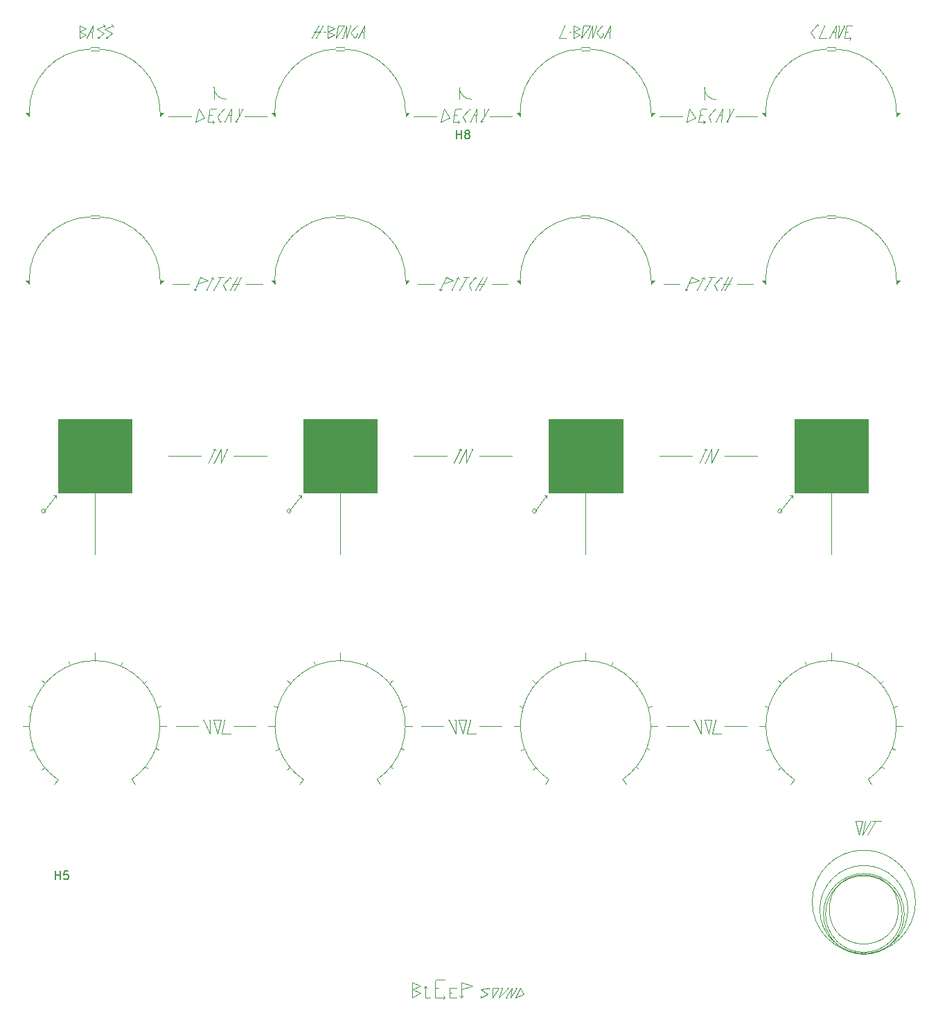
<source format=gbr>
G04 #@! TF.GenerationSoftware,KiCad,Pcbnew,(6.0.6)*
G04 #@! TF.CreationDate,2022-11-24T12:55:08+00:00*
G04 #@! TF.ProjectId,Drumbox,4472756d-626f-4782-9e6b-696361645f70,rev?*
G04 #@! TF.SameCoordinates,Original*
G04 #@! TF.FileFunction,Legend,Top*
G04 #@! TF.FilePolarity,Positive*
%FSLAX46Y46*%
G04 Gerber Fmt 4.6, Leading zero omitted, Abs format (unit mm)*
G04 Created by KiCad (PCBNEW (6.0.6)) date 2022-11-24 12:55:08*
%MOMM*%
%LPD*%
G01*
G04 APERTURE LIST*
%ADD10C,0.120000*%
%ADD11C,0.100000*%
%ADD12C,0.150000*%
G04 APERTURE END LIST*
D10*
X81000000Y-97250000D02*
X81000000Y-106000000D01*
X51000000Y-97250000D02*
X51000000Y-106000000D01*
X75000000Y-100750000D02*
G75*
G03*
X75000000Y-100750000I-250000J0D01*
G01*
X74750000Y-100750000D02*
X76250000Y-98850000D01*
X76250000Y-98850000D02*
X75950000Y-98850000D01*
X76250000Y-98850000D02*
X76250000Y-99150000D01*
X92600000Y-160200000D02*
X93800000Y-160200000D01*
X109525000Y-43000000D02*
X110325000Y-42500000D01*
X74500000Y-132372083D02*
X74850000Y-132082083D01*
X68200000Y-53200000D02*
X68400000Y-53100000D01*
G36*
X73000000Y-73000000D02*
G01*
X72600000Y-72600000D01*
X73000000Y-72600000D01*
X73000000Y-73000000D01*
G37*
X73000000Y-73000000D02*
X72600000Y-72600000D01*
X73000000Y-72600000D01*
X73000000Y-73000000D01*
X96900000Y-126300000D02*
X96800000Y-126300000D01*
X110325000Y-41800000D02*
X109525000Y-41400000D01*
G36*
X119000000Y-52500000D02*
G01*
X119000000Y-52100000D01*
X119400000Y-52100000D01*
X119000000Y-52500000D01*
G37*
X119000000Y-52500000D02*
X119000000Y-52100000D01*
X119400000Y-52100000D01*
X119000000Y-52500000D01*
X79500000Y-42200000D02*
X80300000Y-41800000D01*
X58999999Y-72600000D02*
G75*
G03*
X51500000Y-64800000I-7702759J99270D01*
G01*
X66900000Y-126300000D02*
X66800000Y-126300000D01*
X95700000Y-93150000D02*
X95800000Y-93350000D01*
X110500000Y-64600000D02*
X111500000Y-64600000D01*
X51350000Y-43000000D02*
X51550000Y-43000000D01*
X113025000Y-41400000D02*
X113125000Y-41500000D01*
X128000000Y-94000000D02*
X132000000Y-94000000D01*
X127025000Y-73800000D02*
X127125000Y-73700000D01*
X95400000Y-51600000D02*
X95800000Y-51600000D01*
X125700000Y-93150000D02*
X125500000Y-93250000D01*
X98200000Y-160200000D02*
X98200000Y-160000000D01*
X111550000Y-41400000D02*
X110500000Y-43000000D01*
X65560660Y-50439340D02*
X65560660Y-48939340D01*
X67825000Y-73000000D02*
X68625000Y-73000000D01*
X123425000Y-73700000D02*
X123225000Y-73800000D01*
X74500000Y-121472083D02*
X74910000Y-121822083D01*
G36*
X59000000Y-73000000D02*
G01*
X59000000Y-72600000D01*
X59400000Y-72600000D01*
X59000000Y-73000000D01*
G37*
X59000000Y-73000000D02*
X59000000Y-72600000D01*
X59400000Y-72600000D01*
X59000000Y-73000000D01*
X104500000Y-121472083D02*
X104910000Y-121822083D01*
X123600000Y-127000000D02*
X120900000Y-127000000D01*
X113025000Y-41400000D02*
X112325000Y-42300000D01*
X110500000Y-44300000D02*
G75*
G03*
X103000000Y-52100000I150000J-7650000D01*
G01*
X125600000Y-53200000D02*
X125400000Y-53400000D01*
X95000000Y-52400000D02*
X95300000Y-52400000D01*
X79500000Y-41400000D02*
X79500000Y-43000000D01*
X126400000Y-126300000D02*
X126000000Y-128000000D01*
X93925000Y-72200000D02*
X93225000Y-73800000D01*
X66400000Y-93150000D02*
X66400000Y-94850000D01*
X117390000Y-121472083D02*
X117040000Y-121792083D01*
X124900000Y-94850000D02*
X125700000Y-93150000D01*
X139000000Y-43000000D02*
X139100000Y-42900000D01*
X65700000Y-93150000D02*
X65500000Y-93250000D01*
X125500000Y-126300000D02*
X126400000Y-126300000D01*
X67200000Y-93150000D02*
X67100000Y-93150000D01*
X109025000Y-42200000D02*
X109225000Y-42200000D01*
X96725000Y-73100000D02*
X97025000Y-73800000D01*
X143200000Y-41400000D02*
G75*
G03*
X142800000Y-41800000I0J-400000D01*
G01*
X145500000Y-133572083D02*
G75*
G03*
X136500000Y-133572083I-4500000J6572083D01*
G01*
X126900000Y-126300000D02*
X126500000Y-128000000D01*
X140500000Y-65000000D02*
X141500000Y-65000000D01*
X81800000Y-41400000D02*
X81300000Y-43000000D01*
X113925000Y-42200000D02*
X113625000Y-42200000D01*
X91400000Y-158800000D02*
X91200000Y-159000000D01*
X141600000Y-41400000D02*
X141500000Y-43000000D01*
X125500000Y-49000000D02*
G75*
G03*
X127000000Y-50500000I1500000J0D01*
G01*
X81525000Y-41400000D02*
X80475000Y-43000000D01*
X55500000Y-133572083D02*
X55950000Y-134182083D01*
X95425000Y-72200000D02*
X95225000Y-72300000D01*
X97525000Y-72200000D02*
X96725000Y-73100000D01*
X67525000Y-72200000D02*
X66725000Y-73100000D01*
X65425000Y-72200000D02*
X65225000Y-72300000D01*
X98000000Y-94000000D02*
X102000000Y-94000000D01*
G36*
X133000000Y-52500000D02*
G01*
X132600000Y-52100000D01*
X133000000Y-52100000D01*
X133000000Y-52500000D01*
G37*
X133000000Y-52500000D02*
X132600000Y-52100000D01*
X133000000Y-52100000D01*
X133000000Y-52500000D01*
G36*
X103000000Y-73000000D02*
G01*
X102600000Y-72600000D01*
X103000000Y-72600000D01*
X103000000Y-73000000D01*
G37*
X103000000Y-73000000D02*
X102600000Y-72600000D01*
X103000000Y-72600000D01*
X103000000Y-73000000D01*
X127525000Y-72200000D02*
X127625000Y-72300000D01*
X126300000Y-53200000D02*
X126400000Y-53100000D01*
X150385165Y-149450000D02*
G75*
G03*
X150385165Y-149450000I-5385165J0D01*
G01*
X85500000Y-133572083D02*
G75*
G03*
X76500000Y-133572083I-4500000J6572083D01*
G01*
X81300000Y-43000000D02*
X81200000Y-43000000D01*
G36*
X43000000Y-52500000D02*
G01*
X42600000Y-52100000D01*
X43000000Y-52100000D01*
X43000000Y-52500000D01*
G37*
X43000000Y-52500000D02*
X42600000Y-52100000D01*
X43000000Y-52100000D01*
X43000000Y-52500000D01*
X64000000Y-94000000D02*
X60000000Y-94000000D01*
X129500000Y-73000000D02*
X131500000Y-73000000D01*
X91400000Y-160200000D02*
X92000000Y-160200000D01*
X124300000Y-126300000D02*
X125100000Y-128000000D01*
X67700000Y-51600000D02*
X66900000Y-53200000D01*
X94400000Y-52700000D02*
X93700000Y-51600000D01*
X140500000Y-44300000D02*
G75*
G03*
X133000000Y-52100000I150000J-7650000D01*
G01*
X123700000Y-51600000D02*
X123300000Y-53200000D01*
X84300000Y-119272083D02*
X84140000Y-119652083D01*
X89800000Y-159200000D02*
X90800000Y-158800000D01*
X95600000Y-53200000D02*
X95400000Y-53400000D01*
X112325000Y-42300000D02*
X112825000Y-43000000D01*
X98600000Y-52500000D02*
X98600000Y-51600000D01*
X65500000Y-126300000D02*
X66400000Y-126300000D01*
X100400000Y-159000000D02*
X99600000Y-159000000D01*
X93000000Y-158000000D02*
G75*
G03*
X92600000Y-158400000I0J-400000D01*
G01*
X138500000Y-42250000D02*
X139000000Y-43000000D01*
X99600000Y-160200000D02*
X100400000Y-159000000D01*
X57390000Y-121472083D02*
X57040000Y-121792083D01*
X93925000Y-72200000D02*
X94825000Y-72600000D01*
X103000000Y-159000000D02*
X102400000Y-160200000D01*
X63425000Y-73700000D02*
X63225000Y-73800000D01*
X148999930Y-72599999D02*
G75*
G03*
X141500000Y-64800000I-7702730J99299D01*
G01*
X50800000Y-41400000D02*
X50700000Y-43000000D01*
X66800000Y-51600000D02*
X66900000Y-51700000D01*
X82300000Y-41400000D02*
X81800000Y-43000000D01*
X120000000Y-52500000D02*
X122800000Y-52500000D01*
X66475000Y-72200000D02*
X65525000Y-73800000D01*
X83900000Y-42200000D02*
X83600000Y-42200000D01*
X146750000Y-138650000D02*
X147150000Y-138650000D01*
X94625000Y-73800000D02*
X95425000Y-72200000D01*
X142800000Y-41800000D02*
X142600000Y-43000000D01*
X89800000Y-160200000D02*
X90800000Y-159600000D01*
X119100000Y-124572083D02*
X118640000Y-124712083D01*
X141500000Y-42200000D02*
X141200000Y-42200000D01*
X96800000Y-51600000D02*
X96000000Y-52500000D01*
X101600000Y-159000000D02*
X101400000Y-159000000D01*
X106500000Y-133572083D02*
X106040000Y-134162083D01*
X66400000Y-94850000D02*
X67200000Y-93150000D01*
X87390000Y-121472083D02*
X87040000Y-121792083D01*
X118800000Y-129872083D02*
X118490000Y-129762083D01*
X125400000Y-51600000D02*
G75*
G03*
X125000000Y-52000000I0J-400000D01*
G01*
X54300000Y-119272083D02*
X54140000Y-119652083D01*
X65600000Y-53200000D02*
X65400000Y-53000000D01*
X115500000Y-133572083D02*
G75*
G03*
X106500000Y-133572083I-4500000J6572083D01*
G01*
X119002701Y-127072083D02*
X119774313Y-127072083D01*
X78400000Y-41400000D02*
X77500000Y-43000000D01*
X73100000Y-129972083D02*
X73540000Y-129812083D01*
X78900000Y-41400000D02*
X78000000Y-43000000D01*
X76500000Y-133572083D02*
X76040000Y-134162083D01*
X95800000Y-158400000D02*
X95800000Y-160200000D01*
X143200000Y-41400000D02*
X143600000Y-41400000D01*
X147390000Y-121472083D02*
X147040000Y-121792083D01*
X148999930Y-52099999D02*
G75*
G03*
X141500000Y-44300000I-7702730J99299D01*
G01*
X126725000Y-73100000D02*
X127025000Y-73800000D01*
X49950000Y-41800000D02*
X49150000Y-41400000D01*
X97700000Y-51600000D02*
X96900000Y-53200000D01*
X94000000Y-94000000D02*
X90000000Y-94000000D01*
X93425000Y-73700000D02*
X93225000Y-73800000D01*
X51000000Y-119033694D02*
X51000000Y-118072083D01*
X134500000Y-132372083D02*
X134850000Y-132082083D01*
X128925000Y-72200000D02*
X128025000Y-73800000D01*
G36*
X89000000Y-52500000D02*
G01*
X89000000Y-52100000D01*
X89400000Y-52100000D01*
X89000000Y-52500000D01*
G37*
X89000000Y-52500000D02*
X89000000Y-52100000D01*
X89400000Y-52100000D01*
X89000000Y-52500000D01*
X126800000Y-51600000D02*
X126900000Y-51700000D01*
X115500000Y-133572083D02*
X115950000Y-134182083D01*
X67600000Y-52400000D02*
X67300000Y-52400000D01*
X80500000Y-64600000D02*
X81500000Y-64600000D01*
X126000000Y-128000000D02*
X125500000Y-126300000D01*
X51350000Y-43000000D02*
X51350000Y-42800000D01*
X92600000Y-159000000D02*
X93000000Y-159000000D01*
X94400000Y-159000000D02*
X94400000Y-160200000D01*
X123225000Y-73800000D02*
X123125000Y-73600000D01*
X113075000Y-42400000D02*
X113175000Y-42500000D01*
X99200000Y-159000000D02*
X98200000Y-159200000D01*
X68600000Y-52500000D02*
X69100000Y-51600000D01*
X72900000Y-124572083D02*
X73360000Y-124712083D01*
X125100000Y-128000000D02*
X125100000Y-126300000D01*
X64300000Y-126300000D02*
X65100000Y-128000000D01*
X106250000Y-98850000D02*
X105950000Y-98850000D01*
X148800000Y-129872083D02*
X148490000Y-129762083D01*
X139350000Y-41300000D02*
X139450000Y-41400000D01*
X94400000Y-159600000D02*
X94600000Y-159600000D01*
X143400000Y-43000000D02*
X143200000Y-43200000D01*
X125425000Y-72200000D02*
X125225000Y-72300000D01*
X126000000Y-52500000D02*
X126300000Y-53200000D01*
X100800000Y-159000000D02*
X100600000Y-159000000D01*
X102216895Y-127000000D02*
X102988507Y-127000000D01*
X80475000Y-43000000D02*
X80725000Y-41400000D01*
X65100000Y-126300000D02*
X65000000Y-126300000D01*
X65600000Y-94850000D02*
X65500000Y-94850000D01*
X143950000Y-138650000D02*
X144850000Y-138650000D01*
X96000000Y-52500000D02*
X96300000Y-53200000D01*
X125400000Y-51600000D02*
X125800000Y-51600000D01*
X110500000Y-44100000D02*
X111500000Y-44100000D01*
X60000000Y-52500000D02*
X62800000Y-52500000D01*
X95100000Y-126300000D02*
X95000000Y-126300000D01*
X144300000Y-119272083D02*
X144140000Y-119652083D01*
X144850000Y-138650000D02*
X144450000Y-140350000D01*
X141600000Y-41400000D02*
X140800000Y-43000000D01*
X67025000Y-73800000D02*
X67125000Y-73700000D01*
X104750000Y-100750000D02*
X106250000Y-98850000D01*
X95600000Y-160000000D02*
X95800000Y-160200000D01*
X83000000Y-41400000D02*
X83100000Y-41500000D01*
X95800000Y-160200000D02*
X95800000Y-160000000D01*
X95600000Y-94850000D02*
X95500000Y-94850000D01*
G36*
X43000000Y-73000000D02*
G01*
X42600000Y-72600000D01*
X43000000Y-72600000D01*
X43000000Y-73000000D01*
G37*
X43000000Y-73000000D02*
X42600000Y-72600000D01*
X43000000Y-72600000D01*
X43000000Y-73000000D01*
X49150000Y-43000000D02*
X49950000Y-42500000D01*
X50500000Y-44100000D02*
X51500000Y-44100000D01*
X88800000Y-129872083D02*
X88490000Y-129762083D01*
X97600000Y-52400000D02*
X97300000Y-52400000D01*
X80300000Y-42500000D02*
X79500000Y-42200000D01*
X52350000Y-43000000D02*
X52550000Y-43000000D01*
X111825000Y-41400000D02*
X111825000Y-43000000D01*
X128200000Y-53200000D02*
X128200000Y-53000000D01*
X139500000Y-43000000D02*
X140400000Y-43000000D01*
X50500000Y-44500000D02*
X51500000Y-44500000D01*
X126500000Y-128000000D02*
X127600000Y-128000000D01*
X44500000Y-121472083D02*
X44910000Y-121822083D01*
X63600000Y-127000000D02*
X60900000Y-127000000D01*
X68600000Y-52500000D02*
X68200000Y-53200000D01*
X83050000Y-42400000D02*
X83150000Y-42500000D01*
G36*
X89000000Y-73000000D02*
G01*
X89000000Y-72600000D01*
X89400000Y-72600000D01*
X89000000Y-73000000D01*
G37*
X89000000Y-73000000D02*
X89000000Y-72600000D01*
X89400000Y-72600000D01*
X89000000Y-73000000D01*
X66075000Y-72200000D02*
X66775000Y-72200000D01*
X66725000Y-73100000D02*
X67025000Y-73800000D01*
X102600000Y-159000000D02*
X102400000Y-159000000D01*
X142650000Y-41400000D02*
X142550000Y-41400000D01*
X95700000Y-93150000D02*
X95500000Y-93250000D01*
X126075000Y-72200000D02*
X126775000Y-72200000D01*
X90000000Y-52500000D02*
X92800000Y-52500000D01*
X96000000Y-128000000D02*
X95500000Y-126300000D01*
X80725000Y-41400000D02*
X81525000Y-41400000D01*
X110500000Y-64800000D02*
G75*
G03*
X103000000Y-72600000I150000J-7650000D01*
G01*
X104500000Y-132372083D02*
X104850000Y-132082083D01*
X112325000Y-41400000D02*
X112225000Y-41400000D01*
X93300000Y-53200000D02*
X94400000Y-52700000D01*
X149100000Y-124572083D02*
X148640000Y-124712083D01*
X91400000Y-158800000D02*
X91400000Y-160200000D01*
X126400000Y-93150000D02*
X126400000Y-94850000D01*
X149002701Y-127072083D02*
X149774313Y-127072083D01*
X93600000Y-127000000D02*
X90900000Y-127000000D01*
X67525000Y-72200000D02*
X67625000Y-72300000D01*
X120500000Y-73000000D02*
X122500000Y-73000000D01*
X125600000Y-94850000D02*
X126400000Y-93150000D01*
X141000000Y-97250000D02*
X141000000Y-106000000D01*
X52250000Y-41400000D02*
X52050000Y-41300000D01*
X50500000Y-44300000D02*
G75*
G03*
X43000000Y-52100000I150000J-7650000D01*
G01*
X52250000Y-41900000D02*
X53150000Y-42400000D01*
X145150000Y-138650000D02*
X144850000Y-140350000D01*
X57430000Y-132212083D02*
X57190000Y-132012083D01*
X100800000Y-159000000D02*
X100400000Y-160200000D01*
G36*
X149000000Y-52500000D02*
G01*
X149000000Y-52100000D01*
X149400000Y-52100000D01*
X149000000Y-52500000D01*
G37*
X149000000Y-52500000D02*
X149000000Y-52100000D01*
X149400000Y-52100000D01*
X149000000Y-52500000D01*
X111825000Y-41400000D02*
X111325000Y-43000000D01*
X98200000Y-159200000D02*
X99000000Y-159800000D01*
X141950000Y-41400000D02*
X141850000Y-43000000D01*
X132216895Y-127000000D02*
X132988507Y-127000000D01*
X112825000Y-43000000D02*
X113175000Y-42500000D01*
X65600000Y-94850000D02*
X66400000Y-93150000D01*
D11*
G36*
X145500000Y-98500000D02*
G01*
X136500000Y-98500000D01*
X136500000Y-89500000D01*
X145500000Y-89500000D01*
X145500000Y-98500000D01*
G37*
X145500000Y-98500000D02*
X136500000Y-98500000D01*
X136500000Y-89500000D01*
X145500000Y-89500000D01*
X145500000Y-98500000D01*
D10*
X107725000Y-43000000D02*
X108625000Y-43000000D01*
X46250000Y-98850000D02*
X45950000Y-98850000D01*
X53150000Y-42400000D02*
X52350000Y-43000000D01*
X141950000Y-41400000D02*
X141850000Y-41400000D01*
X66500000Y-128000000D02*
X67600000Y-128000000D01*
X58800000Y-129872083D02*
X58490000Y-129762083D01*
X99000000Y-159800000D02*
X98200000Y-160200000D01*
X140500000Y-44500000D02*
X141500000Y-44500000D01*
X66300000Y-53200000D02*
X66400000Y-53100000D01*
X96075000Y-72200000D02*
X96775000Y-72200000D01*
X98200000Y-53200000D02*
X98400000Y-53100000D01*
X50500000Y-64800000D02*
G75*
G03*
X43000000Y-72600000I150000J-7650000D01*
G01*
X59100000Y-124572083D02*
X58640000Y-124712083D01*
X82300000Y-41400000D02*
X82200000Y-41400000D01*
X81800000Y-41400000D02*
X81800000Y-43000000D01*
X144450000Y-140350000D02*
X143950000Y-138650000D01*
X68425000Y-72200000D02*
X67525000Y-73800000D01*
X128425000Y-72200000D02*
X127525000Y-73800000D01*
X63925000Y-72200000D02*
X64825000Y-72600000D01*
X140500000Y-44100000D02*
X141500000Y-44100000D01*
G36*
X103000000Y-52500000D02*
G01*
X102600000Y-52100000D01*
X103000000Y-52100000D01*
X103000000Y-52500000D01*
G37*
X103000000Y-52500000D02*
X102600000Y-52100000D01*
X103000000Y-52100000D01*
X103000000Y-52500000D01*
X50700000Y-42200000D02*
X50400000Y-42200000D01*
X127525000Y-72200000D02*
X126725000Y-73100000D01*
X97700000Y-51600000D02*
X97600000Y-53200000D01*
X50500000Y-64600000D02*
X51500000Y-64600000D01*
X111325000Y-43000000D02*
X111225000Y-43000000D01*
X128600000Y-52500000D02*
X128200000Y-53200000D01*
X90800000Y-158800000D02*
X89800000Y-158400000D01*
X124825000Y-72600000D02*
X123625000Y-72900000D01*
X66000000Y-52500000D02*
X66300000Y-53200000D01*
X72216895Y-127000000D02*
X72988507Y-127000000D01*
X66800000Y-51600000D02*
X66000000Y-52500000D01*
X98600000Y-52500000D02*
X98200000Y-53200000D01*
X99500000Y-73000000D02*
X101500000Y-73000000D01*
X90800000Y-159600000D02*
X89800000Y-159200000D01*
X127700000Y-51600000D02*
X126900000Y-53200000D01*
X123300000Y-53200000D02*
X124400000Y-52700000D01*
X146050000Y-138650000D02*
X146750000Y-138650000D01*
X108425000Y-41400000D02*
X107725000Y-43000000D01*
X101200000Y-160200000D02*
X101400000Y-160200000D01*
D11*
G36*
X115500000Y-98500000D02*
G01*
X106500000Y-98500000D01*
X106500000Y-89500000D01*
X115500000Y-89500000D01*
X115500000Y-98500000D01*
G37*
X115500000Y-98500000D02*
X106500000Y-98500000D01*
X106500000Y-89500000D01*
X115500000Y-89500000D01*
X115500000Y-98500000D01*
D10*
X110325000Y-42500000D02*
X109525000Y-42200000D01*
X95500000Y-126300000D02*
X96400000Y-126300000D01*
X107800000Y-119172083D02*
X107990000Y-119622083D01*
X82800000Y-43000000D02*
X83150000Y-42500000D01*
X46500000Y-133572083D02*
X46040000Y-134162083D01*
X95560660Y-48939340D02*
G75*
G03*
X97060660Y-50439340I1500040J40D01*
G01*
X65425000Y-72200000D02*
X65525000Y-72400000D01*
X111000000Y-97250000D02*
X111000000Y-106000000D01*
X140200000Y-41400000D02*
X139500000Y-43000000D01*
X137800000Y-119172083D02*
X137990000Y-119622083D01*
X118999930Y-52099999D02*
G75*
G03*
X111500000Y-44300000I-7702730J99299D01*
G01*
G36*
X73000000Y-52500000D02*
G01*
X72600000Y-52100000D01*
X73000000Y-52100000D01*
X73000000Y-52500000D01*
G37*
X73000000Y-52500000D02*
X72600000Y-52100000D01*
X73000000Y-52100000D01*
X73000000Y-52500000D01*
X102900000Y-124572083D02*
X103360000Y-124712083D01*
X124000000Y-94000000D02*
X120000000Y-94000000D01*
X66400000Y-126300000D02*
X66000000Y-128000000D01*
X53250000Y-41400000D02*
X53050000Y-41300000D01*
X64900000Y-94850000D02*
X65700000Y-93150000D01*
X134500000Y-121472083D02*
X134910000Y-121822083D01*
X94300000Y-126300000D02*
X95100000Y-128000000D01*
X149219301Y-149450000D02*
G75*
G03*
X149219301Y-149450000I-4219301J0D01*
G01*
X126475000Y-72200000D02*
X125525000Y-73800000D01*
X126800000Y-51600000D02*
X126000000Y-52500000D01*
X98925000Y-72200000D02*
X98025000Y-73800000D01*
X81000000Y-119033694D02*
X81000000Y-118072083D01*
X126400000Y-94850000D02*
X127200000Y-93150000D01*
X96300000Y-53200000D02*
X96400000Y-53100000D01*
X129300000Y-52500000D02*
X132000000Y-52500000D01*
X146450000Y-138650000D02*
X145450000Y-140350000D01*
X125000000Y-52400000D02*
X125300000Y-52400000D01*
X123925000Y-72200000D02*
X124825000Y-72600000D01*
X149680278Y-150000000D02*
G75*
G03*
X149680278Y-150000000I-4680278J0D01*
G01*
X85500000Y-133572083D02*
X85950000Y-134182083D01*
X90500000Y-73000000D02*
X92500000Y-73000000D01*
X96400000Y-126300000D02*
X96000000Y-128000000D01*
X124625000Y-73800000D02*
X125425000Y-72200000D01*
X80500000Y-44100000D02*
X81500000Y-44100000D01*
X68000000Y-94000000D02*
X72000000Y-94000000D01*
X59002701Y-127072083D02*
X59774313Y-127072083D01*
X94825000Y-72600000D02*
X93625000Y-72900000D01*
X64625000Y-73800000D02*
X65425000Y-72200000D01*
X139350000Y-41300000D02*
X138500000Y-42250000D01*
X125100000Y-126300000D02*
X125000000Y-126300000D01*
X103100000Y-129972083D02*
X103540000Y-129812083D01*
X142600000Y-43000000D02*
X143300000Y-43000000D01*
X124300000Y-126300000D02*
X124200000Y-126300000D01*
X108425000Y-41400000D02*
X108325000Y-41400000D01*
X98200000Y-53200000D02*
X98200000Y-53000000D01*
X132900000Y-124572083D02*
X133360000Y-124712083D01*
X149939636Y-150000000D02*
G75*
G03*
X149939636Y-150000000I-4939636J0D01*
G01*
X42900000Y-124572083D02*
X43360000Y-124712083D01*
X106250000Y-98850000D02*
X106250000Y-99150000D01*
X110500000Y-43000000D02*
X110750000Y-41400000D01*
X52350000Y-43000000D02*
X52350000Y-42800000D01*
X77800000Y-42200000D02*
X78600000Y-42200000D01*
X49950000Y-42500000D02*
X49150000Y-42200000D01*
X96900000Y-126300000D02*
X96500000Y-128000000D01*
D11*
G36*
X85500000Y-98500000D02*
G01*
X76500000Y-98500000D01*
X76500000Y-89500000D01*
X85500000Y-89500000D01*
X85500000Y-98500000D01*
G37*
X85500000Y-98500000D02*
X76500000Y-98500000D01*
X76500000Y-89500000D01*
X85500000Y-89500000D01*
X85500000Y-98500000D01*
D10*
X98000000Y-127000000D02*
X100700000Y-127000000D01*
X140500000Y-64800000D02*
G75*
G03*
X133000000Y-72600000I150000J-7650000D01*
G01*
X50500000Y-65000000D02*
X51500000Y-65000000D01*
X144850000Y-140350000D02*
X145850000Y-138650000D01*
X141000000Y-119033694D02*
X141000000Y-118072083D01*
X127700000Y-51600000D02*
X127600000Y-53200000D01*
X99300000Y-52500000D02*
X102000000Y-52500000D01*
X96475000Y-72200000D02*
X95525000Y-73800000D01*
X93000000Y-158000000D02*
X93800000Y-158000000D01*
X110500000Y-44500000D02*
X111500000Y-44500000D01*
X96500000Y-128000000D02*
X97600000Y-128000000D01*
X125600000Y-94850000D02*
X125500000Y-94850000D01*
X95800000Y-160200000D02*
X96000000Y-160000000D01*
X125500000Y-50500000D02*
X125500000Y-49000000D01*
X47800000Y-119172083D02*
X47990000Y-119622083D01*
X89800000Y-158400000D02*
X89800000Y-160200000D01*
X124800000Y-53200000D02*
X125500000Y-53200000D01*
X97025000Y-73800000D02*
X97125000Y-73700000D01*
X46250000Y-98850000D02*
X46250000Y-99150000D01*
X89002701Y-127072083D02*
X89774313Y-127072083D01*
X100400000Y-160200000D02*
X101600000Y-159000000D01*
X109525000Y-42200000D02*
X110325000Y-41800000D01*
X63300000Y-53200000D02*
X64400000Y-52700000D01*
X63700000Y-51600000D02*
X63300000Y-53200000D01*
X125425000Y-72200000D02*
X125525000Y-72400000D01*
X114300000Y-119272083D02*
X114140000Y-119652083D01*
X112325000Y-41400000D02*
X111825000Y-43000000D01*
X53250000Y-41400000D02*
X53250000Y-41600000D01*
X49150000Y-41400000D02*
X49150000Y-43000000D01*
X93800000Y-160200000D02*
X93600000Y-160000000D01*
X45000000Y-100750000D02*
G75*
G03*
X45000000Y-100750000I-250000J0D01*
G01*
X136500000Y-133572083D02*
X136040000Y-134162083D01*
X63925000Y-72200000D02*
X63225000Y-73800000D01*
X63225000Y-73800000D02*
X63125000Y-73600000D01*
X110500000Y-65000000D02*
X111500000Y-65000000D01*
X103000000Y-159000000D02*
X103400000Y-159800000D01*
X68925000Y-72200000D02*
X68025000Y-73800000D01*
X124400000Y-52700000D02*
X123700000Y-51600000D01*
X65000000Y-52000000D02*
X64800000Y-53200000D01*
X143400000Y-43000000D02*
X143200000Y-42800000D01*
X66900000Y-126300000D02*
X66500000Y-128000000D01*
X79000000Y-42200000D02*
X79200000Y-42200000D01*
X42216895Y-127000000D02*
X42988507Y-127000000D01*
X53250000Y-41400000D02*
X52250000Y-41900000D01*
X136250000Y-98850000D02*
X135950000Y-98850000D01*
X147430000Y-132212083D02*
X147190000Y-132012083D01*
X55500000Y-133572083D02*
G75*
G03*
X46500000Y-133572083I-4500000J6572083D01*
G01*
X128600000Y-52500000D02*
X128600000Y-51600000D01*
X87430000Y-132212083D02*
X87190000Y-132012083D01*
X52250000Y-41400000D02*
X52250000Y-41600000D01*
X80500000Y-44300000D02*
G75*
G03*
X73000000Y-52100000I150000J-7650000D01*
G01*
X83000000Y-41400000D02*
X82300000Y-42300000D01*
X127200000Y-93150000D02*
X127100000Y-93150000D01*
X91400000Y-158800000D02*
X91600000Y-159000000D01*
X88999999Y-72600000D02*
G75*
G03*
X81500000Y-64800000I-7702759J99270D01*
G01*
X52150000Y-42400000D02*
X51350000Y-43000000D01*
X97200000Y-93150000D02*
X97100000Y-93150000D01*
G36*
X133000000Y-73000000D02*
G01*
X132600000Y-72600000D01*
X133000000Y-72600000D01*
X133000000Y-73000000D01*
G37*
X133000000Y-73000000D02*
X132600000Y-72600000D01*
X133000000Y-72600000D01*
X133000000Y-73000000D01*
X50800000Y-41400000D02*
X50000000Y-43000000D01*
X96400000Y-93150000D02*
X96400000Y-94850000D01*
X128600000Y-52500000D02*
X129100000Y-51600000D01*
X95560660Y-50439340D02*
X95560660Y-48939340D01*
X127825000Y-73000000D02*
X128625000Y-73000000D01*
X125700000Y-93150000D02*
X125800000Y-93350000D01*
X102000000Y-159000000D02*
X101200000Y-160200000D01*
X105000000Y-100750000D02*
G75*
G03*
X105000000Y-100750000I-250000J0D01*
G01*
X80500000Y-64800000D02*
G75*
G03*
X73000000Y-72600000I150000J-7650000D01*
G01*
X84000000Y-41400000D02*
X83900000Y-43000000D01*
X68600000Y-52500000D02*
X68600000Y-51600000D01*
X93800000Y-160200000D02*
X93600000Y-160400000D01*
X93700000Y-51600000D02*
X93300000Y-53200000D01*
X109525000Y-41400000D02*
X109525000Y-43000000D01*
X68000000Y-127000000D02*
X70700000Y-127000000D01*
X95100000Y-128000000D02*
X95100000Y-126300000D01*
X95800000Y-158400000D02*
X97200000Y-158800000D01*
X94800000Y-53200000D02*
X95500000Y-53200000D01*
X96400000Y-94850000D02*
X97200000Y-93150000D01*
X101800000Y-160200000D02*
X102600000Y-159000000D01*
X102400000Y-160200000D02*
X103400000Y-159800000D01*
X136250000Y-98850000D02*
X136250000Y-99150000D01*
X98425000Y-72200000D02*
X97525000Y-73800000D01*
X96800000Y-51600000D02*
X96900000Y-51700000D01*
X128000000Y-127000000D02*
X130700000Y-127000000D01*
X65560660Y-48939340D02*
G75*
G03*
X67060660Y-50439340I1500040J40D01*
G01*
X94400000Y-160200000D02*
X95200000Y-160200000D01*
X65700000Y-93150000D02*
X65800000Y-93350000D01*
X97825000Y-73000000D02*
X98625000Y-73000000D01*
X140200000Y-41400000D02*
X140100000Y-41400000D01*
X44500000Y-132372083D02*
X44850000Y-132082083D01*
X111000000Y-119033694D02*
X111000000Y-118072083D01*
X69500000Y-73000000D02*
X71500000Y-73000000D01*
X98600000Y-52500000D02*
X99100000Y-51600000D01*
X127600000Y-52400000D02*
X127300000Y-52400000D01*
X43100000Y-129972083D02*
X43540000Y-129812083D01*
X60500000Y-73000000D02*
X62500000Y-73000000D01*
X69300000Y-52500000D02*
X72000000Y-52500000D01*
X97200000Y-158800000D02*
X95800000Y-159200000D01*
X140500000Y-64600000D02*
X141500000Y-64600000D01*
X65400000Y-51600000D02*
G75*
G03*
X65000000Y-52000000I0J-400000D01*
G01*
X49150000Y-42200000D02*
X49950000Y-41800000D01*
X44750000Y-100750000D02*
X46250000Y-98850000D01*
G36*
X119000000Y-73000000D02*
G01*
X119000000Y-72600000D01*
X119400000Y-72600000D01*
X119000000Y-73000000D01*
G37*
X119000000Y-73000000D02*
X119000000Y-72600000D01*
X119400000Y-72600000D01*
X119000000Y-73000000D01*
X51250000Y-41900000D02*
X52150000Y-42400000D01*
X95600000Y-94850000D02*
X96400000Y-93150000D01*
X65400000Y-51600000D02*
X65800000Y-51600000D01*
X89100000Y-124572083D02*
X88640000Y-124712083D01*
X65100000Y-128000000D02*
X65100000Y-126300000D01*
X64300000Y-126300000D02*
X64200000Y-126300000D01*
X151313478Y-148500000D02*
G75*
G03*
X151313478Y-148500000I-6313478J0D01*
G01*
X94900000Y-94850000D02*
X95700000Y-93150000D01*
X95600000Y-53200000D02*
X95400000Y-53000000D01*
X88999999Y-52100000D02*
G75*
G03*
X81500000Y-44300000I-7702759J99270D01*
G01*
X95000000Y-52000000D02*
X94800000Y-53200000D01*
X135000000Y-100750000D02*
G75*
G03*
X135000000Y-100750000I-250000J0D01*
G01*
X68200000Y-53200000D02*
X68200000Y-53000000D01*
X134750000Y-100750000D02*
X136250000Y-98850000D01*
X92600000Y-158400000D02*
X92600000Y-160200000D01*
X79500000Y-43000000D02*
X80300000Y-42500000D01*
X65000000Y-52400000D02*
X65300000Y-52400000D01*
X95400000Y-51600000D02*
G75*
G03*
X95000000Y-52000000I0J-400000D01*
G01*
X133100000Y-129972083D02*
X133540000Y-129812083D01*
D11*
G36*
X55500000Y-98500000D02*
G01*
X46500000Y-98500000D01*
X46500000Y-89500000D01*
X55500000Y-89500000D01*
X55500000Y-98500000D01*
G37*
X55500000Y-98500000D02*
X46500000Y-98500000D01*
X46500000Y-89500000D01*
X55500000Y-89500000D01*
X55500000Y-98500000D01*
D10*
X84000000Y-41400000D02*
X83200000Y-43000000D01*
X145500000Y-133572083D02*
X145950000Y-134182083D01*
X125600000Y-53200000D02*
X125400000Y-53000000D01*
X67700000Y-51600000D02*
X67600000Y-53200000D01*
X77800000Y-119172083D02*
X77990000Y-119622083D01*
X142800000Y-42200000D02*
X143100000Y-42200000D01*
X58999999Y-52100000D02*
G75*
G03*
X51500000Y-44300000I-7702759J99270D01*
G01*
X94300000Y-126300000D02*
X94200000Y-126300000D01*
X117430000Y-132212083D02*
X117190000Y-132012083D01*
X64825000Y-72600000D02*
X63625000Y-72900000D01*
X125000000Y-52000000D02*
X124800000Y-53200000D01*
X66000000Y-128000000D02*
X65500000Y-126300000D01*
X128200000Y-53200000D02*
X128400000Y-53100000D01*
X114025000Y-41400000D02*
X113225000Y-43000000D01*
X126900000Y-126300000D02*
X126800000Y-126300000D01*
X64400000Y-52700000D02*
X63700000Y-51600000D01*
X52250000Y-41400000D02*
X51250000Y-41900000D01*
X142650000Y-41400000D02*
X141850000Y-43000000D01*
X99200000Y-159000000D02*
X99200000Y-159200000D01*
X64800000Y-53200000D02*
X65500000Y-53200000D01*
X93225000Y-73800000D02*
X93125000Y-73600000D01*
X118999930Y-72599999D02*
G75*
G03*
X111500000Y-64800000I-7702730J99299D01*
G01*
X123925000Y-72200000D02*
X123225000Y-73800000D01*
X99600000Y-159000000D02*
X99600000Y-160200000D01*
X82300000Y-42300000D02*
X82800000Y-43000000D01*
X114025000Y-41400000D02*
X113925000Y-43000000D01*
X110750000Y-41400000D02*
X111550000Y-41400000D01*
X80500000Y-44500000D02*
X81500000Y-44500000D01*
X102000000Y-159000000D02*
X101800000Y-160200000D01*
X80500000Y-65000000D02*
X81500000Y-65000000D01*
X65600000Y-53200000D02*
X65400000Y-53400000D01*
X94400000Y-159000000D02*
X95200000Y-159000000D01*
G36*
X59000000Y-52500000D02*
G01*
X59000000Y-52100000D01*
X59400000Y-52100000D01*
X59000000Y-52500000D01*
G37*
X59000000Y-52500000D02*
X59000000Y-52100000D01*
X59400000Y-52100000D01*
X59000000Y-52500000D01*
X97525000Y-72200000D02*
X97625000Y-72300000D01*
G36*
X149000000Y-73000000D02*
G01*
X149000000Y-72600000D01*
X149400000Y-72600000D01*
X149000000Y-73000000D01*
G37*
X149000000Y-73000000D02*
X149000000Y-72600000D01*
X149400000Y-72600000D01*
X149000000Y-73000000D01*
X80300000Y-41800000D02*
X79500000Y-41400000D01*
X95425000Y-72200000D02*
X95525000Y-72400000D01*
D12*
X46238095Y-145752380D02*
X46238095Y-144752380D01*
X46238095Y-145228571D02*
X46809523Y-145228571D01*
X46809523Y-145752380D02*
X46809523Y-144752380D01*
X47761904Y-144752380D02*
X47285714Y-144752380D01*
X47238095Y-145228571D01*
X47285714Y-145180952D01*
X47380952Y-145133333D01*
X47619047Y-145133333D01*
X47714285Y-145180952D01*
X47761904Y-145228571D01*
X47809523Y-145323809D01*
X47809523Y-145561904D01*
X47761904Y-145657142D01*
X47714285Y-145704761D01*
X47619047Y-145752380D01*
X47380952Y-145752380D01*
X47285714Y-145704761D01*
X47238095Y-145657142D01*
X95238095Y-55252380D02*
X95238095Y-54252380D01*
X95238095Y-54728571D02*
X95809523Y-54728571D01*
X95809523Y-55252380D02*
X95809523Y-54252380D01*
X96428571Y-54680952D02*
X96333333Y-54633333D01*
X96285714Y-54585714D01*
X96238095Y-54490476D01*
X96238095Y-54442857D01*
X96285714Y-54347619D01*
X96333333Y-54300000D01*
X96428571Y-54252380D01*
X96619047Y-54252380D01*
X96714285Y-54300000D01*
X96761904Y-54347619D01*
X96809523Y-54442857D01*
X96809523Y-54490476D01*
X96761904Y-54585714D01*
X96714285Y-54633333D01*
X96619047Y-54680952D01*
X96428571Y-54680952D01*
X96333333Y-54728571D01*
X96285714Y-54776190D01*
X96238095Y-54871428D01*
X96238095Y-55061904D01*
X96285714Y-55157142D01*
X96333333Y-55204761D01*
X96428571Y-55252380D01*
X96619047Y-55252380D01*
X96714285Y-55204761D01*
X96761904Y-55157142D01*
X96809523Y-55061904D01*
X96809523Y-54871428D01*
X96761904Y-54776190D01*
X96714285Y-54728571D01*
X96619047Y-54680952D01*
M02*

</source>
